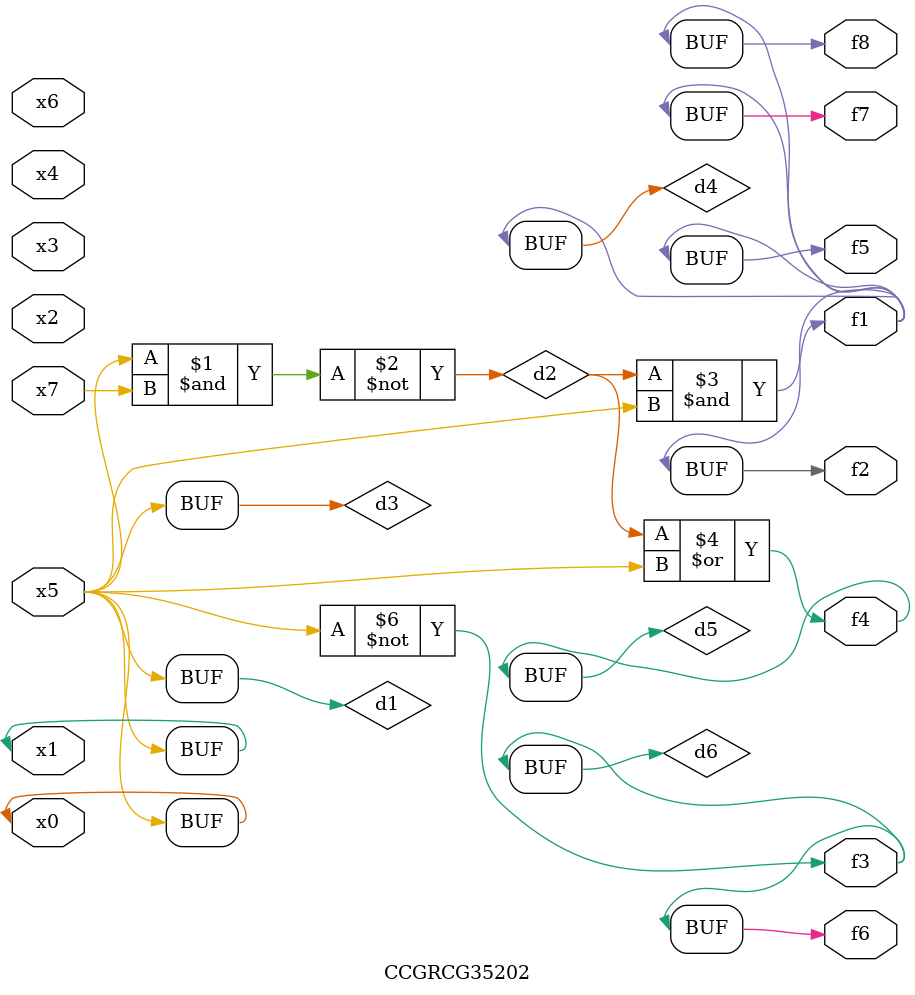
<source format=v>
module CCGRCG35202(
	input x0, x1, x2, x3, x4, x5, x6, x7,
	output f1, f2, f3, f4, f5, f6, f7, f8
);

	wire d1, d2, d3, d4, d5, d6;

	buf (d1, x0, x5);
	nand (d2, x5, x7);
	buf (d3, x0, x1);
	and (d4, d2, d3);
	or (d5, d2, d3);
	nor (d6, d1, d3);
	assign f1 = d4;
	assign f2 = d4;
	assign f3 = d6;
	assign f4 = d5;
	assign f5 = d4;
	assign f6 = d6;
	assign f7 = d4;
	assign f8 = d4;
endmodule

</source>
